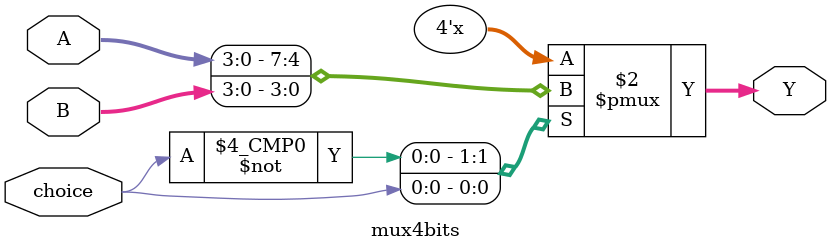
<source format=v>
`timescale 1ns / 1ps
module mux4bits(A,B,Y,choice);
parameter	NumberOfBits = 4;
input [NumberOfBits-1:0] A,B;
input choice;	//choose either A or B 
output reg [NumberOfBits-1:0] Y;

always @(choice,A,B)		//A,B, and Select are associated with this alway block
case (choice) 
0:	begin Y<=A; end
1:	begin Y<=B; end
default:	begin Y<=A; end
endcase
endmodule

</source>
